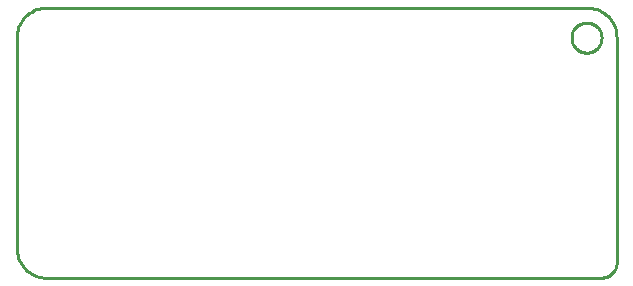
<source format=gbr>
G04 EAGLE Gerber RS-274X export*
G75*
%MOMM*%
%FSLAX34Y34*%
%LPD*%
%IN*%
%IPPOS*%
%AMOC8*
5,1,8,0,0,1.08239X$1,22.5*%
G01*
%ADD10C,0.254000*%


D10*
X0Y25400D02*
X97Y23186D01*
X386Y20989D01*
X865Y18826D01*
X1532Y16713D01*
X2380Y14666D01*
X3403Y12700D01*
X4594Y10831D01*
X5942Y9073D01*
X7440Y7440D01*
X9073Y5942D01*
X10831Y4594D01*
X12700Y3403D01*
X14666Y2380D01*
X16713Y1532D01*
X18826Y865D01*
X20989Y386D01*
X23186Y97D01*
X25400Y0D01*
X495300Y0D01*
X496407Y48D01*
X497505Y193D01*
X498587Y433D01*
X499644Y766D01*
X500667Y1190D01*
X501650Y1701D01*
X502584Y2297D01*
X503463Y2971D01*
X504280Y3720D01*
X505029Y4537D01*
X505703Y5416D01*
X506299Y6350D01*
X506810Y7333D01*
X507234Y8356D01*
X507567Y9413D01*
X507807Y10495D01*
X507952Y11593D01*
X508000Y12700D01*
X508000Y203200D01*
X507903Y205414D01*
X507614Y207611D01*
X507135Y209774D01*
X506468Y211887D01*
X505620Y213935D01*
X504597Y215900D01*
X503406Y217769D01*
X502058Y219527D01*
X500561Y221161D01*
X498927Y222658D01*
X497169Y224006D01*
X495300Y225197D01*
X493335Y226220D01*
X491287Y227068D01*
X489174Y227735D01*
X487011Y228214D01*
X484814Y228503D01*
X482600Y228600D01*
X25400Y228600D01*
X23186Y228503D01*
X20989Y228214D01*
X18826Y227735D01*
X16713Y227068D01*
X14666Y226220D01*
X12700Y225197D01*
X10831Y224006D01*
X9073Y222658D01*
X7440Y221161D01*
X5942Y219527D01*
X4594Y217769D01*
X3403Y215900D01*
X2380Y213935D01*
X1532Y211887D01*
X865Y209774D01*
X386Y207611D01*
X97Y205414D01*
X0Y203200D01*
X0Y25400D01*
X495300Y202701D02*
X495222Y201706D01*
X495066Y200720D01*
X494833Y199750D01*
X494524Y198801D01*
X494142Y197879D01*
X493689Y196990D01*
X493168Y196139D01*
X492581Y195331D01*
X491933Y194573D01*
X491227Y193867D01*
X490469Y193219D01*
X489661Y192632D01*
X488810Y192111D01*
X487921Y191658D01*
X486999Y191276D01*
X486050Y190967D01*
X485080Y190734D01*
X484094Y190578D01*
X483099Y190500D01*
X482101Y190500D01*
X481106Y190578D01*
X480120Y190734D01*
X479150Y190967D01*
X478201Y191276D01*
X477279Y191658D01*
X476390Y192111D01*
X475539Y192632D01*
X474731Y193219D01*
X473973Y193867D01*
X473267Y194573D01*
X472619Y195331D01*
X472032Y196139D01*
X471511Y196990D01*
X471058Y197879D01*
X470676Y198801D01*
X470367Y199750D01*
X470134Y200720D01*
X469978Y201706D01*
X469900Y202701D01*
X469900Y203699D01*
X469978Y204694D01*
X470134Y205680D01*
X470367Y206650D01*
X470676Y207599D01*
X471058Y208521D01*
X471511Y209410D01*
X472032Y210261D01*
X472619Y211069D01*
X473267Y211827D01*
X473973Y212533D01*
X474731Y213181D01*
X475539Y213768D01*
X476390Y214289D01*
X477279Y214742D01*
X478201Y215124D01*
X479150Y215433D01*
X480120Y215666D01*
X481106Y215822D01*
X482101Y215900D01*
X483099Y215900D01*
X484094Y215822D01*
X485080Y215666D01*
X486050Y215433D01*
X486999Y215124D01*
X487921Y214742D01*
X488810Y214289D01*
X489661Y213768D01*
X490469Y213181D01*
X491227Y212533D01*
X491933Y211827D01*
X492581Y211069D01*
X493168Y210261D01*
X493689Y209410D01*
X494142Y208521D01*
X494524Y207599D01*
X494833Y206650D01*
X495066Y205680D01*
X495222Y204694D01*
X495300Y203699D01*
X495300Y202701D01*
M02*

</source>
